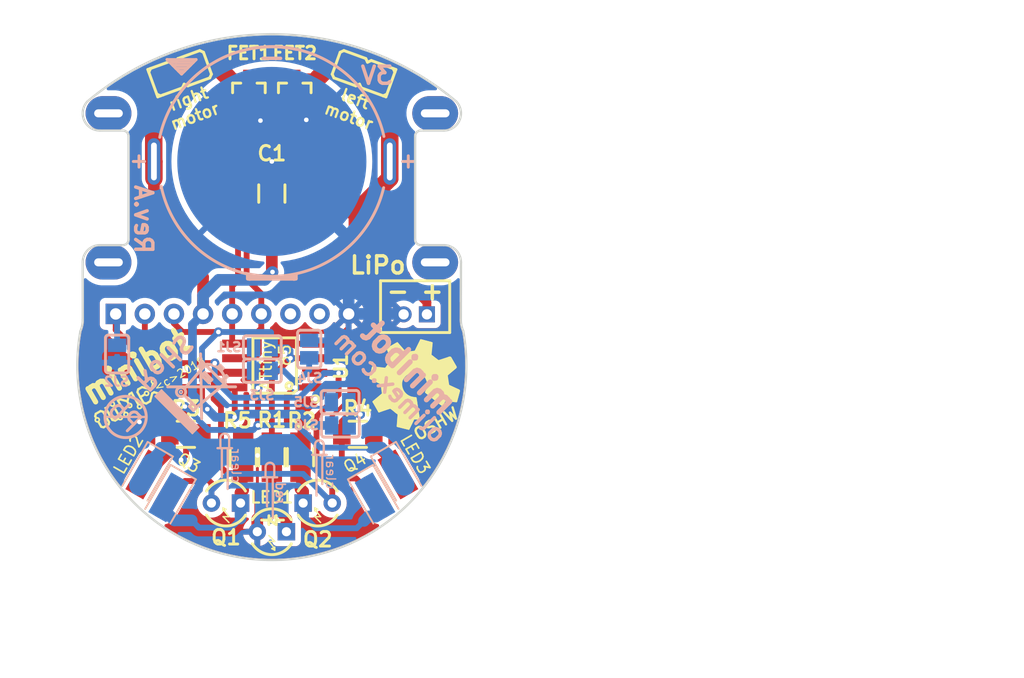
<source format=kicad_pcb>
(kicad_pcb (version 20221018) (generator pcbnew)
  (layers (0 "F.Cu" signal) (31 "B.Cu" signal) (34 "B.Paste" user) (35 "F.Paste" user) (36 "B.SilkS" user "B.Silkscreen") (37 "F.SilkS" user "F.Silkscreen") (38 "B.Mask" user) (39 "F.Mask" user) (44 "Edge.Cuts" user))
  (net 0 "")
  (net 1 "/BAT+")
  (net 2 "GND")
  (net 3 "Net-(LED1-Pad2)")
  (net 4 "/RSENSE")
  (net 5 "/LSENSE")
  (net 6 "Net-(CON1-Pad2)")
  (net 7 "Net-(CON2-Pad2)")
  (net 8 "Net-(EXT1-Pad7)")
  (net 9 "Net-(EXT1-Pad8)")
  (net 10 "/LMOTOR")
  (net 11 "/RMOTOR")
  (net 12 "/SLED")
  (net 13 "Net-(LED2-Pad2)")
  (net 14 "/FLED")
  (net 15 "Net-(LED3-Pad2)")
  (net 16 "Net-(LED2-Pad1)")
  (net 17 "Net-(Q1-Pad2)")
  (footprint "OLIMEX_LEDs-FP:LED-3mm-PTH-KA" (layer "F.Cu") (at 100 71.5)
    (fp_text reference "LED1" (at 0 -3) (layer "F.SilkS") (effects (font (thickness 0.2))))
    (fp_text value "RED 3mm")
    (pad "1" thru_hole oval (at -1.27 0) (size 1.524 1.524) (drill 0.8) (layers "*.Cu" "*.Mask") (net 2 "GND"))
    (pad "2" thru_hole rect (at 1.27 0) (size 1.524 1.524) (drill 0.8) (layers "*.Cu" "*.Mask") (net 3 "Net-(LED1-Pad2)"))
  )
  (footprint "OLIMEX_LEDs-FP:LED-3mm-PTH-KA" (layer "F.Cu") (at 104 69)
    (fp_text reference "Q2" (at 0 3.175) (layer "F.SilkS") (effects (font (size 1.27 1.27) (thickness 0.254))))
    (fp_text value "L342")
    (pad "1" thru_hole rect (at -1.27 0) (size 1.524 1.524) (drill 0.8) (layers "*.Cu" "*.Mask") (net 5 "/LSENSE"))
    (pad "2" thru_hole circle (at 1.27 0) (size 1.524 1.524) (drill 0.8) (layers "*.Cu" "*.Mask") (net 17 "Net-(Q1-Pad2)"))
  )
  (footprint "OLIMEX_LEDs-FP:LED-3mm-PTH-KA" (layer "F.Cu") (at 96 69 180)
    (fp_text reference "Q1" (at 0 -3 180) (layer "F.SilkS") (effects (font (size 1.27 1.27) (thickness 0.254))))
    (fp_text value "L342")
    (pad "1" thru_hole rect (at -1.27 0 180) (size 1.524 1.524) (drill 0.8) (layers "*.Cu" "*.Mask") (net 4 "/RSENSE"))
    (pad "2" thru_hole circle (at 1.27 0 180) (size 1.524 1.524) (drill 0.8) (layers "*.Cu" "*.Mask") (net 17 "Net-(Q1-Pad2)"))
  )
  (footprint "OLIMEX_Connectors-FP:LIPO_BAT_VERTICAL_DW02S" (layer "F.Cu") (at 112.5 49 180)
    (fp_text reference "BAT_CON2" hide)
    (fp_text value "BAT_CON")
    (pad "1" thru_hole rect (at -1.0287 -3.53568 180) (size 1.4 1.4) (drill 0.9) (layers "*.Cu" "*.Mask") (net 1 "/BAT+"))
    (pad "2" thru_hole circle (at 1.00076 -3.53822 180) (size 1.4 1.4) (drill 0.9) (layers "*.Cu" "*.Mask") (net 2 "GND"))
  )
  (footprint "OLIMEX_RLC-FP:C_1206_5MIL_DWS" (layer "F.Cu") (at 100 42 90)
    (fp_text reference "C1" (at 3.5 0 180) (layer "F.SilkS") (effects (font (size 1.27 1.27) (thickness 0.254))))
    (fp_text value "C_Small")
    (pad "1" smd rect (at -1.397 0 90) (size 1.524 1.778) (layers "F.Cu" "F.Paste" "F.Mask") (net 1 "/BAT+"))
    (pad "2" smd rect (at 1.397 0 90) (size 1.524 1.778) (layers "F.Cu" "F.Paste" "F.Mask") (net 2 "GND"))
  )
  (footprint "OLIMEX_Connectors-FP:MIC-TERES" (layer "F.Cu") (at 108 31.5 160)
    (fp_text reference "CON1" hide)
    (fp_text value "LEFT MOTOR")
    (pad "1" smd rect (at -1.27 0 250) (size 2.5 1.5) (layers "F.Cu" "F.Mask") (net 1 "/BAT+"))
    (pad "2" smd oval (at 1.27 0 250) (size 2.5 1.5) (layers "F.Cu" "F.Mask") (net 6 "Net-(CON1-Pad2)"))
  )
  (footprint "OLIMEX_Connectors-FP:MIC-TERES" (layer "F.Cu") (at 92 31.5 20)
    (fp_text reference "CON2" hide)
    (fp_text value "RIGHT MOTOR")
    (pad "1" smd rect (at -1.27 0 110) (size 2.5 1.5) (layers "F.Cu" "F.Mask") (net 1 "/BAT+"))
    (pad "2" smd oval (at 1.27 0 110) (size 2.5 1.5) (layers "F.Cu" "F.Mask") (net 7 "Net-(CON2-Pad2)"))
  )
  (footprint "OLIMEX_Connectors-FP:HN1x9" (layer "F.Cu") (at 96.54 52.5)
    (fp_text reference "EXT1" hide)
    (fp_text value "nRF")
    (pad "1" thru_hole rect (at -10.16 0) (size 1.778 1.778) (drill 1) (layers "*.Cu" "*.Mask") (net 4 "/RSENSE"))
    (pad "2" thru_hole circle (at -7.62 0) (size 1.778 1.778) (drill 1) (layers "*.Cu" "*.Mask") (net 5 "/LSENSE"))
    (pad "3" thru_hole circle (at -5.08 0) (size 1.778 1.778) (drill 1) (layers "*.Cu" "*.Mask") (net 12 "/SLED"))
    (pad "4" thru_hole circle (at -2.54 0) (size 1.778 1.778) (drill 1) (layers "*.Cu" "*.Mask") (net 1 "/BAT+"))
    (pad "5" thru_hole circle (at 0 0) (size 1.778 1.778) (drill 1) (layers "*.Cu" "*.Mask") (net 11 "/RMOTOR"))
    (pad "6" thru_hole circle (at 2.54 0) (size 1.778 1.778) (drill 1) (layers "*.Cu" "*.Mask") (net 10 "/LMOTOR"))
    (pad "7" thru_hole circle (at 5.08 0) (size 1.778 1.778) (drill 1) (layers "*.Cu" "*.Mask") (net 8 "Net-(EXT1-Pad7)"))
    (pad "8" thru_hole circle (at 7.62 0) (size 1.778 1.778) (drill 1) (layers "*.Cu" "*.Mask") (net 9 "Net-(EXT1-Pad8)"))
    (pad "9" thru_hole circle (at 10.16 0) (size 1.778 1.778) (drill 1) (layers "*.Cu" "*.Mask") (net 2 "GND"))
  )
  (footprint "OLIMEX_Transistors-FP:SOT23" (layer "F.Cu") (at 98 33 -90)
    (fp_text reference "FET1" (at -3.25 0 180) (layer "F.SilkS") (effects (font (size 1.1 1.1) (thickness 0.254))))
    (fp_text value "WNM2016-3")
    (pad "1" smd rect (at 1.10744 0.94996 270) (size 1.4 1) (layers "F.Cu" "F.Paste" "F.Mask") (net 11 "/RMOTOR") (clearance 0.0508))
    (pad "2" smd rect (at 1.10744 -0.9525 270) (size 1.4 1) (layers "F.Cu" "F.Paste" "F.Mask") (net 2 "GND") (clearance 0.0508))
    (pad "3" smd rect (at -1.10236 0.00254 270) (size 1.4 1) (layers "F.Cu" "F.Paste" "F.Mask") (net 7 "Net-(CON2-Pad2)") (clearance 0.0508))
  )
  (footprint "OLIMEX_Transistors-FP:SOT23" (layer "F.Cu") (at 102 33 -90)
    (fp_text reference "FET2" (at -3.25 0) (layer "F.SilkS") (effects (font (size 1.1 1.1) (thickness 0.254))))
    (fp_text value "WNM2016-3")
    (pad "1" smd rect (at 1.10744 0.94996 270) (size 1.4 1) (layers "F.Cu" "F.Paste" "F.Mask") (net 10 "/LMOTOR") (clearance 0.0508))
    (pad "2" smd rect (at 1.10744 -0.9525 270) (size 1.4 1) (layers "F.Cu" "F.Paste" "F.Mask") (net 2 "GND") (clearance 0.0508))
    (pad "3" smd rect (at -1.10236 0.00254 270) (size 1.4 1) (layers "F.Cu" "F.Paste" "F.Mask") (net 6 "Net-(CON1-Pad2)") (clearance 0.0508))
  )
  (footprint "OLIMEX_Transistors-FP:LED-EDGE" (layer "F.Cu") (at 89 66.5 -120)
    (fp_text reference "LED2" (at -0.765544 2.174038 240) (layer "F.SilkS"))
    (fp_text value "RED 3mm")
    (pad "1" smd oval (at 0 0 240) (size 4 1.8) (layers "B.Cu" "B.Mask") (net 16 "Net-(LED2-Pad1)"))
    (pad "2" smd rect (at 0 0 240) (size 4 1.8) (layers "F.Cu" "F.Mask") (net 13 "Net-(LED2-Pad2)"))
  )
  (footprint "OLIMEX_Transistors-FP:LED-EDGE" (layer "F.Cu") (at 111 66.5 -60)
    (fp_text reference "LED3" (at -0.765544 -2.174038 300) (layer "F.SilkS"))
    (fp_text value "RED 3mm")
    (pad "1" smd oval (at 0 0 300) (size 4 1.8) (layers "B.Cu" "B.Mask") (net 16 "Net-(LED2-Pad1)"))
    (pad "2" smd rect (at 0 0 300) (size 4 1.8) (layers "F.Cu" "F.Mask") (net 15 "Net-(LED3-Pad2)"))
  )
  (footprint "OLIMEX_Transistors-FP:L34x-EDGE" (layer "F.Cu") (at 91 68.5 -120)
    (fp_text reference "Q3" (at -3.473076 -0.015544 330) (layer "F.SilkS"))
    (fp_text value "L342")
    (pad "1" smd rect (at 0 0 240) (size 4 1.8) (layers "B.Cu" "B.Mask") (net 4 "/RSENSE"))
    (pad "2" smd oval (at 0 0 240) (size 4 1.8) (layers "F.Cu" "F.Mask") (net 17 "Net-(Q1-Pad2)"))
  )
  (footprint "OLIMEX_Transistors-FP:L34x-EDGE" (layer "F.Cu") (at 109 68.5 -60)
    (fp_text reference "Q4" (at -3.473076 0.015544 30) (layer "F.SilkS"))
    (fp_text value "L342")
    (pad "1" smd rect (at 0 0 300) (size 4 1.8) (layers "B.Cu" "B.Mask") (net 5 "/LSENSE"))
    (pad "2" smd oval (at 0 0 300) (size 4 1.8) (layers "F.Cu" "F.Mask") (net 17 "Net-(Q1-Pad2)"))
  )
  (footprint "OLIMEX_RLC-FP:R_1206_5MIL_DWS" (layer "F.Cu") (at 102.5 65 90)
    (fp_text reference "R2" (at 3.2 0.1 180) (layer "F.SilkS") (effects (font (size 1.27 1.27) (thickness 0.254))))
    (fp_text value "3.3K")
    (pad "1" smd rect (at -1.397 0 90) (size 1.524 1.778) (layers "F.Cu" "F.Paste" "F.Mask") (net 5 "/LSENSE"))
    (pad "2" smd rect (at 1.397 0 90) (size 1.524 1.778) (layers "F.Cu" "F.Paste" "F.Mask") (net 2 "GND"))
  )
  (footprint "OLIMEX_RLC-FP:R_1206_5MIL_DWS" (layer "F.Cu") (at 100 65 -90)
    (fp_text reference "R1" (at -3.25 0 180) (layer "F.SilkS") (effects (font (size 1.27 1.27) (thickness 0.254))))
    (fp_text value "1K")
    (pad "1" smd rect (at -1.397 0 270) (size 1.524 1.778) (layers "F.Cu" "F.Paste" "F.Mask") (net 12 "/SLED"))
    (pad "2" smd rect (at 1.397 0 270) (size 1.524 1.778) (layers "F.Cu" "F.Paste" "F.Mask") (net 3 "Net-(LED1-Pad2)"))
  )
  (footprint "OLIMEX_RLC-FP:R_1206_5MIL_DWS" (layer "F.Cu") (at 92.5 63 180)
    (fp_text reference "R3" (at 0 2.25 180) (layer "F.SilkS") (effects (font (size 1.27 1.27) (thickness 0.254))))
    (fp_text value "1K")
    (pad "1" smd rect (at -1.397 0 180) (size 1.524 1.778) (layers "F.Cu" "F.Paste" "F.Mask") (net 17 "Net-(Q1-Pad2)"))
    (pad "2" smd rect (at 1.397 0 180) (size 1.524 1.778) (layers "F.Cu" "F.Paste" "F.Mask") (net 13 "Net-(LED2-Pad2)"))
  )
  (footprint "OLIMEX_RLC-FP:R_1206_5MIL_DWS" (layer "F.Cu") (at 107.5 63)
    (fp_text reference "R4" (at 0 -2.25) (layer "F.SilkS") (effects (font (size 1.27 1.27) (thickness 0.254))))
    (fp_text value "1K")
    (pad "1" smd rect (at -1.397 0) (size 1.524 1.778) (layers "F.Cu" "F.Paste" "F.Mask") (net 17 "Net-(Q1-Pad2)"))
    (pad "2" smd rect (at 1.397 0) (size 1.524 1.778) (layers "F.Cu" "F.Paste" "F.Mask") (net 15 "Net-(LED3-Pad2)"))
  )
  (footprint "OLIMEX_RLC-FP:R_1206_5MIL_DWS" (layer "F.Cu") (at 97.5 65 90)
    (fp_text reference "R5" (at 3.2 -0.5 180) (layer "F.SilkS") (effects (font (size 1.27 1.27) (thickness 0.254))))
    (fp_text value "3.3K")
    (pad "1" smd rect (at -1.397 0 90) (size 1.524 1.778) (layers "F.Cu" "F.Paste" "F.Mask") (net 4 "/RSENSE"))
    (pad "2" smd rect (at 1.397 0 90) (size 1.524 1.778) (layers "F.Cu" "F.Paste" "F.Mask") (net 2 "GND"))
  )
  (footprint "OLIMEX_IC-FP:SO-8_208mil" (layer "F.Cu") (at 100 57 90)
    (fp_text reference "U1" (at -0.098 6.0286 270) (layer "F.SilkS") (effects (font (size 1.1 1.1) (thickness 0.254))))
    (fp_text value "ATTINY85-20PU")
    (fp_text user "ATtiny" (at 0 -0.512 90) (layer "F.SilkS"))
    (fp_text user "85" (at 0.889 1.139 90) (layer "F.SilkS"))
    (pad "1" smd rect (at -1.905 3.735 90) (size 0.7 2.2) (layers "F.Cu" "F.Paste" "F.Mask") (net 14 "/FLED") (clearance 0.0508))
    (pad "2" smd rect (at -0.635 3.735 90) (size 0.7 2.2) (layers "F.Cu" "F.Paste" "F.Mask") (net 5 "/LSENSE") (clearance 0.0508))
    (pad "3" smd rect (at 0.635 3.735 90) (size 0.7 2.2) (layers "F.Cu" "F.Paste" "F.Mask") (net 12 "/SLED") (clearance 0.0508))
    (pad "4" smd rect (at 1.905 3.735 90) (size 0.7 2.2) (layers "F.Cu" "F.Paste" "F.Mask") (net 2 "GND") (clearance 0.0508))
    (pad "5" smd rect (at 1.905 -3.235 90) (size 0.7 2.2) (layers "F.Cu" "F.Paste" "F.Mask") (net 11 "/RMOTOR") (clearance 0.0508))
    (pad "6" smd rect (at 0.635 -3.235 90) (size 0.7 2.2) (layers "F.Cu" "F.Paste" "F.Mask") (net 10 "/LMOTOR") (clearance 0.0508))
    (pad "7" smd rect (at -0.635 -3.235 90) (size 0.7 2.2) (layers "F.Cu" "F.Paste" "F.Mask") (net 4 "/RSENSE") (clearance 0.0508))
    (pad "8" smd rect (at -1.905 -3.235 90) (size 0.7 2.2) (layers "F.Cu" "F.Paste" "F.Mask") (net 1 "/BAT+") (clearance 0.0508))
  )
  (footprint "OLIMEX_Other-FP:Oval_Drill_Motor" (layer "F.Cu") (at 85.75 48)
    (fp_text reference "REF**" hide)
    (fp_text value "Oval_Drill_Motor")
    (pad "1" thru_hole oval (at 0 0) (size 4 3) (drill oval 2.5 0.7) (layers "*.Cu" "*.Mask"))
  )
  (footprint "OLIMEX_Other-FP:Oval_Drill_Motor" (layer "F.Cu") (at 114.25 48)
    (fp_text reference "REF**" hide)
    (fp_text value "Oval_Drill_Motor")
    (pad "1" thru_hole oval (at 0 0) (size 4 3) (drill oval 2.5 0.7) (layers "*.Cu" "*.Mask"))
  )
  (footprint "OLIMEX_Other-FP:Oval_Drill_Motor" (layer "F.Cu") (at 114.25 35)
    (fp_text reference "REF**" hide)
    (fp_text value "Oval_Drill_Motor")
    (pad "1" thru_hole oval (at 0 0) (size 4 3) (drill oval 2.5 0.7) (layers "*.Cu" "*.Mask"))
  )
  (footprint "OLIMEX_Other-FP:Oval_Drill_Motor" (layer "F.Cu") (at 85.75 35)
    (fp_text reference "REF**" hide)
    (fp_text value "Oval_Drill_Motor")
    (pad "1" thru_hole oval (at 0 0) (size 4 3) (drill oval 2.5 0.7) (layers "*.Cu" "*.Mask"))
  )
  (footprint "OLIMEX_LOGOs-FP:OLIMEX_LOGO_SMALL_TB" (layer "F.Cu") (at 87.4 60.4 30)
    (fp_text reference "")
    (fp_text value "")
  )
  (footprint "OLIMEX_LOGOs-FP:LOGO_OPENHARDWARE_8x8" (layer "F.Cu") (at 112.5 58.75 30)
    (fp_text reference "" hide)
    (fp_text value "" hide)
  )
  (footprint "OLIMEX_Connectors-FP:CR2032H_PTH" (layer "B.Cu") (at 100 39.2 90)
    (fp_text reference "BAT1" hide)
    (fp_text value "Battery")
    (fp_text user "+" (at 0 -11.684 90) (layer "B.SilkS") (effects (font (size 1.3 1.3) (thickness 0.254)) (justify mirror)))
    (fp_text user "+" (at 0 11.811 90) (layer "B.SilkS") (effects (font (size 1.3 1.3) (thickness 0.254)) (justify mirror)))
    (fp_text user "-" (at 9.144 0 180) (layer "B.SilkS") (effects (font (size 2 2) (thickness 0.3)) (justify mirror)))
    (pad "1" thru_hole oval (at 0 -10.287 90) (size 4.06 1.11) (drill oval 3.3 0.5) (layers "*.Cu" "*.Mask") (net 1 "/BAT+"))
    (pad "1" thru_hole oval (at 0 10.287 90) (size 4.06 1.11) (drill oval 3.3 0.5) (layers "*.Cu" "*.Mask") (net 1 "/BAT+"))
    (pad "2" smd circle (at 0 0 90) (size 16.5 16.5) (layers "B.Cu" "B.Mask") (net 2 "GND"))
  )
  (footprint "OLIMEX_Jumpers-FP:SJ" (layer "B.Cu") (at 99.1706 55.4216 180)
    (fp_text reference "SJ1" (at 2.921 0.0254) (layer "B.SilkS") (effects (font (size 0.8 0.8) (thickness 0.2)) (justify mirror)))
    (fp_text value "leds_join")
    (pad "1" smd rect (at -0.762 0 180) (size 1.1684 1.6002) (layers "B.Cu" "B.Mask") (net 12 "/SLED"))
    (pad "1" smd rect (at -0.762 0 180) (size 1.1684 1.6002) (layers "B.Cu" "B.Mask") (net 12 "/SLED") (clearance 0.0508))
    (pad "2" smd rect (at 0.762 0 180) (size 1.1684 1.6002) (layers "B.Cu" "B.Mask") (net 16 "Net-(LED2-Pad1)") (clearance 0.0508))
  )
  (footprint "OLIMEX_Jumpers-FP:SJ" (layer "B.Cu") (at 86.5 56 90)
    (fp_text reference "SJ2" (at -2.4 -0.05 180) (layer "B.SilkS") (effects (font (size 0.8 0.8) (thickness 0.2)) (justify mirror)))
    (fp_text value "arduino")
    (pad "1" smd rect (at -0.762 0 90) (size 1.1684 1.6002) (layers "B.Cu" "B.Mask") (net 2 "GND"))
    (pad "1" smd rect (at -0.762 0 90) (size 1.1684 1.6002) (layers "B.Cu" "B.Mask") (net 2 "GND") (clearance 0.0508))
    (pad "2" smd rect (at 0.762 0 90) (size 1.1684 1.6002) (layers "B.Cu" "B.Mask") (net 4 "/RSENSE") (clearance 0.0508))
  )
  (footprint "OLIMEX_LOGOs-FP:LOGO_RECYCLEBIN_1" (layer "B.Cu") (at 93.065894 62.990566 135)
    (fp_text reference "" hide)
    (fp_text value "" hide)
  )
  (footprint "OLIMEX_LOGOs-FP:LOGO_PBFREE" (layer "B.Cu") (at 86.877 61.5684 135)
    (fp_text reference "")
    (fp_text value "")
    (fp_text user "Pb" (at -0.08636 0.33528 135) (layer "B.SilkS") (effects (font (size 1.7 1.5) (thickness 0.254)) (justify mirror)))
  )
  (footprint "OLIMEX_Jumpers-FP:SJ" (layer "B.Cu") (at 99.1706 57.4536 180)
    (fp_text reference "SJ3" (at 0.0254 -2.1336 180) (layer "B.SilkS") (effects (font (size 0.8 0.8) (thickness 0.2)) (justify mirror)))
    (fp_text value "eco")
    (pad "1" smd rect (at -0.762 0 180) (size 1.1684 1.6002) (layers "B.Cu" "B.Mask") (net 14 "/FLED"))
    (pad "1" smd rect (at -0.762 0 180) (size 1.1684 1.6002) (layers "B.Cu" "B.Mask") (net 14 "/FLED") (clearance 0.0508))
    (pad "2" smd rect (at 0.762 0 180) (size 1.1684 1.6002) (layers "B.Cu" "B.Mask") (net 16 "Net-(LED2-Pad1)") (clearance 0.0508))
  )
  (footprint "OLIMEX_Jumpers-FP:SJ" (layer "B.Cu") (at 103.26 55.574 90)
    (fp_text reference "SJ4" (at -2.5146 0.0508 180) (layer "B.SilkS") (effects (font (size 0.8 0.8) (thickness 0.2)) (justify mirror)))
    (fp_text value "reset")
    (pad "1" smd rect (at -0.762 0 90) (size 1.1684 1.6002) (layers "B.Cu" "B.Mask") (net 14 "/FLED") (clearance 0.0508))
    (pad "1" smd rect (at -0.762 0 90) (size 1.1684 1.6002) (layers "B.Cu" "B.Mask") (net 14 "/FLED"))
    (pad "2" smd rect (at 0.762 0 90) (size 1.1684 1.6002) (layers "B.Cu" "B.Mask") (net 2 "GND") (clearance 0.0508))
  )
  (footprint "OLIMEX_Jumpers-FP:SJ" (layer "B.Cu") (at 105.9524 60.1968 180)
    (fp_text reference "SJ5" (at 2.9718 0 180) (layer "B.SilkS") (effects (font (size 0.8 0.8) (thickness 0.2)) (justify mirror)))
    (fp_text value "eco")
    (pad "1" smd rect (at -0.762 0 180) (size 1.1684 1.6002) (layers "B.Cu" "B.Mask") (net 17 "Net-(Q1-Pad2)") (clearance 0.0508))
    (pad "1" smd rect (at -0.762 0 180) (size 1.1684 1.6002) (layers "B.Cu" "B.Mask") (net 17 "Net-(Q1-Pad2)"))
    (pad "2" smd rect (at 0.762 0 180) (size 1.1684 1.6002) (layers "B.Cu" "B.Mask") (net 12 "/SLED") (clearance 0.0508))
  )
  (footprint "OLIMEX_Jumpers-FP:SJ" (layer "B.Cu") (at 105.9778 62.2288 180)
    (fp_text reference "SJ6" (at 2.9718 0.0254 180) (layer "B.SilkS") (effects (font (size 0.8 0.8) (thickness 0.2)) (justify mirror)))
    (fp_text value "eco")
    (pad "1" smd rect (at -0.762 0 180) (size 1.1684 1.6002) (layers "B.Cu" "B.Mask") (net 17 "Net-(Q1-Pad2)"))
    (pad "1" smd rect (at -0.762 0 180) (size 1.1684 1.6002) (layers "B.Cu" "B.Mask") (net 17 "Net-(Q1-Pad2)") (clearance 0.0508))
    (pad "2" smd rect (at 0.762 0 180) (size 1.1684 1.6002) (layers "B.Cu" "B.Mask") (net 1 "/BAT+") (clearance 0.0508))
  )
  (gr_line (start 95.513 64.083) (end 95.513 63.321) (stroke (width 0.2)) (layer "B.SilkS"))
  (gr_line (start 95.64 64.21) (end 95.64 66.75) (stroke (width 0.2)) (layer "B.SilkS"))
  (gr_arc (start 95.513 63.321) (mid 95.894 62.94) (end 96.275 63.321) (stroke (width 0.2)) (layer "B.SilkS"))
  (gr_line (start 96.275 63.321) (end 96.275 64.21) (stroke (width 0.2)) (layer "B.SilkS"))
  (gr_line (start 96.148 64.21) (end 96.148 67.766) (stroke (width 0.2)) (layer "B.SilkS"))
  (gr_line (start 96.529 64.21) (end 95.259 64.21) (stroke (width 0.2)) (layer "B.SilkS"))
  (gr_line (start 104.403 64.7942) (end 104.403 67.3342) (stroke (width 0.2)) (layer "B.SilkS"))
  (gr_line (start 104.784 64.7942) (end 103.514 64.7942) (stroke (width 0.2)) (layer "B.SilkS"))
  (gr_line (start 104.53 63.9052) (end 104.53 64.7942) (stroke (width 0.2)) (layer "B.SilkS"))
  (gr_arc (start 103.768 63.9052) (mid 104.149 63.5242) (end 104.53 63.9052) (stroke (width 0.2)) (layer "B.SilkS"))
  (gr_line (start 103.768 64.6672) (end 103.768 63.9052) (stroke (width 0.2)) (layer "B.SilkS"))
  (gr_line (start 103.895 64.7942) (end 103.895 68.3502) (stroke (width 0.2)) (layer "B.SilkS"))
  (gr_line (start 100.212 65.861) (end 100.212 66.75) (stroke (width 0.2)) (layer "B.SilkS"))
  (gr_line (start 99.577 66.75) (end 99.577 69.29) (stroke (width 0.2)) (layer "B.SilkS"))
  (gr_line (start 99.45 66.623) (end 99.45 65.861) (stroke (width 0.2)) (layer "B.SilkS"))
  (gr_line (start 100.085 66.75) (end 100.085 70.306) (stroke (width 0.2)) (layer "B.SilkS"))
  (gr_line (start 100.466 66.75) (end 99.196 66.75) (stroke (width 0.2)) (layer "B.SilkS"))
  (gr_arc (start 99.45 65.861) (mid 99.831 65.48) (end 100.212 65.861) (stroke (width 0.2)) (layer "B.SilkS"))
  (gr_arc (start 83.507351 53.003128) (mid 83.454965 53.512233) (end 83.300001 54.000001) (stroke (width 0.2)) (layer "Edge.Cuts"))
  (gr_line (start 83.5 48) (end 83.507351 53.003128) (stroke (width 0.2)) (layer "Edge.Cuts"))
  (gr_line (start 85 46.5) (end 87 46.5) (stroke (width 0.2)) (layer "Edge.Cuts"))
  (gr_line (start 87.5 37) (end 87.5 46) (stroke (width 0.2)) (layer "Edge.Cuts"))
  (gr_line (start 87 36.5) (end 85 36.5) (stroke (width 0.2)) (layer "Edge.Cuts"))
  (gr_arc (start 83.888575 33.986445) (mid 99.979464 28.101889) (end 116.08 33.96) (stroke (width 0.2)) (layer "Edge.Cuts"))
  (gr_arc (start 116.700158 54.005537) (mid 116.542375 53.513732) (end 116.489021 53) (stroke (width 0.2)) (layer "Edge.Cuts"))
  (gr_arc (start 116.699999 54.000001) (mid 100 73.96732) (end 83.300001 54.000001) (stroke (width 0.2)) (layer "Edge.Cuts"))
  (gr_arc (start 113 46.5) (mid 112.646447 46.353553) (end 112.5 46) (stroke (width 0.2)) (layer "Edge.Cuts"))
  (gr_line (start 113 46.5) (end 115 46.5) (stroke (width 0.2)) (layer "Edge.Cuts"))
  (gr_line (start 116.5 48) (end 116.49 53) (stroke (width 0.2)) (layer "Edge.Cuts"))
  (gr_arc (start 112.5 37) (mid 112.646447 36.646447) (end 113 36.5) (stroke (width 0.2)) (layer "Edge.Cuts"))
  (gr_arc (start 115 46.5) (mid 116.06066 46.93934) (end 116.5 48) (stroke (width 0.2)) (layer "Edge.Cuts"))
  (gr_line (start 115 36.5) (end 113 36.5) (stroke (width 0.2)) (layer "Edge.Cuts"))
  (gr_arc (start 85 36.5) (mid 83.628229 35.60683) (end 83.89009 33.990991) (stroke (width 0.2)) (layer "Edge.Cuts"))
  (gr_arc (start 87 36.5) (mid 87.353553 36.646447) (end 87.5 37) (stroke (width 0.2)) (layer "Edge.Cuts"))
  (gr_arc (start 87.5 46) (mid 87.353553 46.353553) (end 87 46.5) (stroke (width 0.2)) (layer "Edge.Cuts"))
  (gr_arc (start 116.085033 33.964287) (mid 116.379052 35.590097) (end 115 36.5) (stroke (width 0.2)) (layer "Edge.Cuts"))
  (gr_line (start 112.5 37) (end 112.5 46) (stroke (width 0.2)) (layer "Edge.Cuts"))
  (gr_arc (start 83.5 48) (mid 83.93934 46.93934) (end 85 46.5) (stroke (width 0.2)) (layer "Edge.Cuts"))
  (gr_text "minibot" (at 111.9722 57.1996 315) (layer "B.SilkS") (effects (font (size 2 1.8) (thickness 0.45)) (justify mirror)))
  (gr_text "clear" (at 105.1396 66.2674 270) (layer "B.SilkS") (effects (font (size 0.8 0.8) (thickness 0.12)) (justify mirror)))
  (gr_text "clear" (at 96.8846 65.7594 270) (layer "B.SilkS") (effects (font (size 0.8 0.8) (thickness 0.12)) (justify mirror)))
  (gr_text "RoHS" (at 90.626375 56.73267 225) (layer "B.SilkS") (effects (font (size 1.5 1.5) (thickness 0.3)) (justify mirror)))
  (gr_text "Rev.A" (at 88.8 44.25 270) (layer "B.SilkS") (effects (font (size 1.5 1.5) (thickness 0.3)) (justify mirror)))
  (gr_text "olimex.com" (at 110.3212 58.8506 315) (layer "B.SilkS") (effects (font (size 1.5 1.5) (thickness 0.3)) (justify mirror)))
  (gr_text "3V" (at 109.15 31.7) (layer "B.SilkS") (effects (font (size 1.5 1.5) (thickness 0.3)) (justify mirror)))
  (gr_text "red" (at 100.7454 68.1216 270) (layer "B.SilkS") (effects (font (size 0.8 0.8)) (justify mirror)))
  (gr_text "left\nmotor" (at 107 34.5 -20) (layer "F.SilkS") (effects (font (size 1 1) (thickness 0.2))))
  (gr_text "OSHW" (at 114.35 62.1 30) (layer "F.SilkS") (effects (font (size 1 1) (thickness 0.2))))
  (gr_text "- +" (at 112.5 50.5) (layer "F.SilkS") (effects (font (size 1.5 1.5) (thickness 0.3))))
  (gr_text "LiPo" (at 109.25 48.25) (layer "F.SilkS") (effects (font (size 1.5 1.5) (thickness 0.3))))
  (gr_text "<c>2018" (at 91.95 57.75 30) (layer "F.SilkS") (effects (font (size 0.7 0.7) (thickness 0.1))))
  (gr_text "right\nmotor" (at 93 34.5 20) (layer "F.SilkS") (effects (font (size 1 1) (thickness 0.2))))
  (gr_text "minibot" (at 88.15 57.1 30) (layer "F.SilkS") (effects (font (size 2 1.8) (thickness 0.45))))
  (segment (start 89.713 44.9988) (end 94 49.2858) (width 1.016) (layer "F.Cu") (net 1))
  (segment (start 107.565 43.397) (end 107.459 43.397) (width 1.524) (layer "F.Cu") (net 1))
  (segment (start 111.30964 49.351) (end 111.34882 49.31182) (width 1.524) (layer "F.Cu") (net 1))
  (segment (start 110.287 39.2) (end 110.287 40.675) (width 1.524) (layer "F.Cu") (net 1))
  (segment (start 89.6964 33.044556) (end 90.80659 31.934366) (width 1.524) (layer "F.Cu") (net 1))
  (segment (start 109.8386 49.351) (end 111.30964 49.351) (width 1.524) (layer "F.Cu") (net 1))
  (segment (start 107.459 43.397) (end 102.3202 43.397) (width 1.524) (layer "F.Cu") (net 1))
  (segment (start 107.459 46.9714) (end 109.8386 49.351) (width 1.524) (layer "F.Cu") (net 1))
  (segment (start 102.3202 43.397) (end 100 43.397) (width 0.762) (layer "F.Cu") (net 1))
  (segment (start 110.287 33.4252) (end 110.287 39.2) (width 1.524) (layer "F.Cu") (net 1))
  (segment (start 89.713 39.2) (end 89.6964 39.1834) (width 1.524) (layer "F.Cu") (net 1))
  (segment (start 113.5287 52.53568) (end 113.5287 51.4917) (width 0.762) (layer "F.Cu") (net 1))
  (segment (start 110.287 33.027956) (end 110.287 33.4252) (width 1.524) (layer "F.Cu") (net 1))
  (segment (start 89.713 40.675) (end 89.713 44.9988) (width 1.016) (layer "F.Cu") (net 1))
  (segment (start 96.765 58.905) (end 96.765 61.5102) (width 0.508) (layer "F.Cu") (net 1))
  (segment (start 89.6964 39.1834) (end 89.6964 33.044556) (width 1.524) (layer "F.Cu") (net 1))
  (segment (start 89.713 39.2) (end 89.713 40.675) (width 1.524) (layer "F.Cu") (net 1))
  (segment (start 113.5287 51.4917) (end 111.34882 49.31182) (width 0.762) (layer "F.Cu") (net 1))
  (segment (start 100 48.7834) (end 100.0596 48.843) (width 1.016) (layer "F.Cu") (net 1))
  (segment (start 94 49.2858) (end 94 52.5) (width 1.016) (layer "F.Cu") (net 1))
  (segment (start 107.459 43.397) (end 107.459 46.9714) (width 1.524) (layer "F.Cu") (net 1))
  (segment (start 110.287 40.675) (end 107.565 43.397) (width 1.524) (layer "F.Cu") (net 1))
  (segment (start 100 43.397) (end 100 48.7834) (width 1.016) (layer "F.Cu") (net 1))
  (segment (start 96.765 61.5102) (end 96.7576 61.5176) (width 0.508) (layer "F.Cu") (net 1))
  (segment (start 109.19341 31.934366) (end 110.287 33.027956) (width 1.524) (layer "F.Cu") (net 1))
  (via (at 96.7576 61.5176) (size 0.8) (drill 0.4) (layers "F.Cu" "B.Cu") (net 1))
  (via (at 94.37 60.8064) (size 0.8) (drill 0.4) (layers "F.Cu" "B.Cu") (net 1))
  (via (at 100.0596 48.843) (size 0.8) (drill 0.4) (layers "F.Cu" "B.Cu") (net 1))
  (segment (start 94 50.8894) (end 94 52.5) (width 1.016) (layer "B.Cu") (net 1))
  (segment (start 94 52.5) (end 93.0746 53.4254) (width 0.762) (layer "B.Cu") (net 1))
  (segment (start 97.037 61.2382) (end 96.7576 61.5176) (width 0.762) (layer "B.Cu") (net 1))
  (segment (start 93.970001 60.406401) (end 94.37 60.8064) (width 0.762) (layer "B.Cu") (net 1))
  (segment (start 95.3606 49.5288) (end 94 50.8894) (width 1.016) (layer "B.Cu") (net 1))
  (segment (start 93.0746 53.4254) (end 93.0746 59.511) (width 0.762) (layer "B.Cu") (net 1))
  (segment (start 100.0596 48.843) (end 99.3738 49.5288) (width 1.016) (layer "B.Cu") (net 1))
  (segment (start 99.3738 49.5288) (end 95.3606 49.5288) (width 1.016) (layer "B.Cu") (net 1))
  (segment (start 95.0812 61.5176) (end 94.37 60.8064) (width 0.762) (layer "B.Cu") (net 1))
  (segment (start 105.2158 62.2288) (end 103.629887 62.2288) (width 0.762) (layer "B.Cu") (net 1))
  (segment (start 96.7576 61.5176) (end 95.0812 61.5176) (width 0.762) (layer "B.Cu") (net 1))
  (segment (start 103.629887 62.2288) (end 102.639287 61.2382) (width 0.762) (layer "B.Cu") (net 1))
  (segment (start 102.639287 61.2382) (end 97.037 61.2382) (width 0.762) (layer "B.Cu") (net 1))
  (segment (start 93.0746 59.511) (end 93.970001 60.406401) (width 0.762) (layer "B.Cu") (net 1))
  (segment (start 98.7388 64.7148) (end 98.7388 64.7148) (width 0.508) (layer "F.Cu") (net 2))
  (segment (start 102.5 61.2108) (end 103.393401 60.317399) (width 0.508) (layer "F.Cu") (net 2))
  (segment (start 98.7388 64.857829) (end 98.751351 64.845278) (width 0.508) (layer "F.Cu") (net 2))
  (segment (start 100 40.603) (end 100 39.2) (width 0.762) (layer "F.Cu") (net 2))
  (segment (start 103.393401 60.317399) (end 103.7934 59.9174) (width 0.508) (layer "F.Cu") (net 2))
  (segment (start 98.7388 65.180999) (end 98.7388 64.857829) (width 0.508) (layer "F.Cu") (net 2))
  (segment (start 103.006 35.5715) (end 103.006 34.16094) (width 0.762) (layer "F.Cu") (net 2))
  (segment (start 99.0055 35.635) (end 99.0055 34.16044) (width 0.762) (layer "F.Cu") (net 2))
  (segment (start 102.401 64.972) (end 102.5 64.873) (width 0.508) (layer "F.Cu") (net 2))
  (segment (start 106.7 53.7342) (end 106.7 52.5) (width 0.508) (layer "F.Cu") (net 2))
  (segment (start 102.5 64.873) (end 102.5 63.603) (width 0.508) (layer "F.Cu") (net 2))
  (segment (start 98.947799 64.972) (end 102.401 64.972) (width 0.508) (layer "F.Cu") (net 2))
  (segment (start 97.5 63.603) (end 97.509073 63.603) (width 0.508) (layer "F.Cu") (net 2))
  (segment (start 105.3392 55.095) (end 106.7 53.7342) (width 0.508) (layer "F.Cu") (net 2))
  (segment (start 98.7388 65.180999) (end 98.947799 64.972) (width 0.508) (layer "F.Cu") (net 2))
  (segment (start 102.5 63.603) (end 102.5 61.2108) (width 0.508) (layer "F.Cu") (net 2))
  (segment (start 103.006 34.16094) (end 102.9525 34.10744) (width 0.762) (layer "F.Cu") (net 2))
  (segment (start 98.351352 64.445279) (end 98.751351 64.845278) (width 0.508) (layer "F.Cu") (net 2))
  (segment (start 98.73 71.5) (end 98.73 70.3822) (width 1.016) (layer "F.Cu") (net 2))
  (segment (start 98.7388 67.8422) (end 98.73 67.851) (width 0.508) (layer "F.Cu") (net 2))
  (segment (start 103.235 55.095) (end 105.3392 55.095) (width 0.508) (layer "F.Cu") (net 2))
  (segment (start 98.7388 65.180999) (end 98.7388 67.8422) (width 0.254) (layer "F.Cu") (net 2))
  (segment (start 98.73 67.851) (end 98.73 70.3822) (width 0.508) (layer "F.Cu") (net 2))
  (segment (start 99.0055 34.16044) (end 98.9525 34.10744) (width 0.762) (layer "F.Cu") (net 2))
  (segment (start 97.509073 63.603) (end 98.351352 64.445279) (width 0.508) (layer "F.Cu") (net 2))
  (via (at 103.7934 59.9174) (size 0.8) (drill 0.4) (layers "F.Cu" "B.Cu") (net 2))
  (via (at 88.4518 61.924) (size 0.8) (drill 0.4) (layers "F.Cu" "B.Cu") (net 2))
  (via (at 100 39.2) (size 0.8) (drill 0.4) (layers "F.Cu" "B.Cu") (net 2))
  (via (at 98.751351 64.845278) (size 0.8) (drill 0.4) (layers "F.Cu" "B.Cu") (net 2))
  (via (at 103.006 35.5715) (size 0.8) (drill 0.4) (layers "F.Cu" "B.Cu") (net 2))
  (via (at 99.0055 35.635) (size 0.8) (drill 0.4) (layers "F.Cu" "B.Cu") (net 2))
  (segment (start 86.5 56.762) (end 84.8646 56.762) (width 0.508) (layer "B.Cu") (net 2))
  (segment (start 104.7078 58.5966) (end 103.7934 59.511) (width 0.508) (layer "B.Cu") (net 2))
  (segment (start 84.4132 51.0782) (end 85.0228 50.4686) (width 0.508) (layer "B.Cu") (net 2))
  (segment (start 106.7 52.5) (end 111.46102 52.5) (width 1.016) (layer "B.Cu") (net 2))
  (segment (start 88.3444 56.762) (end 88.4264 56.844) (width 0.508) (layer "B.Cu") (net 2))
  (segment (start 106.7 52.5) (end 106.7 54.812) (width 0.508) (layer "B.Cu") (net 2))
  (segment (start 84.8646 56.762) (end 84.4132 56.3106) (width 0.508) (layer "B.Cu") (net 2))
  (segment (start 103.7934 59.511) (end 103.7934 59.9174) (width 0.508) (layer "B.Cu") (net 2))
  (segment (start 86.5 56.762) (end 88.3444 56.762) (width 0.508) (layer "B.Cu") (net 2))
  (segment (start 84.4132 56.3106) (end 84.4132 51.0782) (width 0.508) (layer "B.Cu") (net 2))
  (segment (start 106.7 45.9) (end 100 39.2) (width 1.016) (layer "B.Cu") (net 2))
  (segment (start 106.7 52.5) (end 106.7 45.9) (width 1.016) (layer "B.Cu") (net 2))
  (segment (start 111.46102 52.5) (end 111.49924 52.53822) (width 1.016) (layer "B.Cu") (net 2))
  (segment (start 88.7314 50.4686) (end 90.6364 48.5636) (width 0.508) (layer "B.Cu") (net 2))
  (segment (start 106.7 54.812) (end 106.7 58.357) (width 0.508) (layer "B.Cu") (net 2))
  (segment (start 85.0228 50.4686) (end 88.7314 50.4686) (width 0.508) (layer "B.Cu") (net 2))
  (segment (start 106.4604 58.5966) (end 104.7078 58.5966) (width 0.508) (layer "B.Cu") (net 2))
  (segment (start 106.7 58.357) (end 106.4604 58.5966) (width 0.508) (layer "B.Cu") (net 2))
  (segment (start 103.26 54.812) (end 106.7 54.812) (width 0.508) (layer "B.Cu") (net 2))
  (segment (start 88.4264 56.844) (end 88.4264 58.4725) (width 0.508) (layer "B.Cu") (net 2))
  (segment (start 90.6364 48.5636) (end 100 39.2) (width 0.508) (layer "B.Cu") (net 2))
  (segment (start 100 66.397) (end 100 69.1542) (width 0.762) (layer "F.Cu") (net 3))
  (segment (start 100 69.1542) (end 101.27 70.4242) (width 0.762) (layer "F.Cu") (net 3))
  (segment (start 101.27 71.5) (end 101.27 70.4242) (width 1.016) (layer "F.Cu") (net 3))
  (segment (start 95.157 57.635) (end 94.9288 57.8632) (width 0.508) (layer "F.Cu") (net 4))
  (segment (start 97.27 69) (end 97.27 68.0976) (width 1.016) (layer "F.Cu") (net 4))
  (segment (start 96.765 57.635) (end 95.157 57.635) (width 0.508) (layer "F.Cu") (net 4))
  (segment (start 94.9288 57.8632) (end 94.9288 59.9174) (width 0.508) (layer "F.Cu") (net 4))
  (segment (start 90.3462 57.8632) (end 94.9288 57.8632) (width 0.508) (layer "F.Cu") (net 4))
  (segment (start 86.38 53.897) (end 90.3462 57.8632) (width 0.508) (layer "F.Cu") (net 4))
  (segment (start 97.5 66.397) (end 97.5 67.8676) (width 0.762) (layer "F.Cu") (net 4))
  (segment (start 96.103 66.397) (end 97.5 66.397) (width 0.508) (layer "F.Cu") (net 4))
  (segment (start 95.5638 65.8578) (end 96.103 66.397) (width 0.508) (layer "F.Cu") (net 4))
  (segment (start 95.5638 60.5524) (end 95.5638 65.8578) (width 0.508) (layer "F.Cu") (net 4))
  (segment (start 86.38 52.5) (end 86.38 53.897) (width 0.508) (layer "F.Cu") (net 4))
  (segment (start 94.9288 59.9174) (end 95.5638 60.5524) (width 0.508) (layer "F.Cu") (net 4))
  (segment (start 97.27 68.0976) (end 97.5 67.8676) (width 1.016) (layer "F.Cu") (net 4))
  (segment (start 91 68.8246) (end 91 68.5) (width 1.016) (layer "B.Cu") (net 4))
  (segment (start 90.8648 69.8742) (end 90.8648 68.9598) (width 1.016) (layer "B.Cu") (net 4))
  (segment (start 93.5318 71.0426) (end 93.5318 71.0318) (width 0.508) (layer "B.Cu") (net 4))
  (segment (start 97.27 70.3524) (end 96.4782 71.1442) (width 0.508) (layer "B.Cu") (net 4))
  (segment (start 90.8648 68.9598) (end 91 68.8246) (width 1.016) (layer "B.Cu") (net 4))
  (segment (start 93.5318 71.0318) (end 93.0092 70.5092) (width 0.508) (layer "B.Cu") (net 4))
  (segment (start 96.4782 71.1442) (end 93.6334 71.1442) (width 0.508) (layer "B.Cu") (net 4))
  (segment (start 97.27 69) (end 97.27 70.3524) (width 1.016) (layer "B.Cu") (net 4))
  (segment (start 86.5 55.238) (end 86.5 52.62) (width 0.508) (layer "B.Cu") (net 4))
  (segment (start 93.0092 70.5092) (end 91.4998 70.5092) (width 1.016) (layer "B.Cu") (net 4))
  (segment (start 93.6334 71.1442) (end 93.5318 71.0426) (width 0.508) (layer "B.Cu") (net 4))
  (segment (start 86.5 52.62) (end 86.38 52.5) (width 0.508) (layer "B.Cu") (net 4))
  (segment (start 91.4998 70.5092) (end 90.8648 69.8742) (width 1.016) (layer "B.Cu") (net 4))
  (segment (start 102.627 66.397) (end 103.897 65.127) (width 0.508) (layer "F.Cu") (net 5))
  (segment (start 105.8254 58.222485) (end 105.8254 57.6568) (width 0.508) (layer "F.Cu") (net 5))
  (segment (start 102.73 67.996) (end 102.5 67.766) (width 1.016) (layer "F.Cu") (net 5))
  (segment (start 88.92 52.5) (end 88.92 54.7976) (width 0.508) (layer "F.Cu") (net 5))
  (segment (start 102.73 69) (end 102.73 67.996) (width 1.016) (layer "F.Cu") (net 5))
  (segment (start 103.235 57.635) (end 105.8036 57.635) (width 0.508) (layer "F.Cu") (net 5))
  (segment (start 105.8254 59.5364) (end 105.8254 58.222485) (width 0.508) (layer "F.Cu") (net 5))
  (segment (start 103.897 61.4648) (end 105.8254 59.5364) (width 0.508) (layer "F.Cu") (net 5))
  (segment (start 88.92 54.7976) (end 90.91433 56.79193) (width 0.508) (layer "F.Cu") (net 5))
  (segment (start 105.8036 57.635) (end 105.8254 57.6568) (width 0.508) (layer "F.Cu") (net 5))
  (segment (start 103.897 65.127) (end 103.897 61.4648) (width 0.508) (layer "F.Cu") (net 5))
  (segment (start 102.5 66.397) (end 102.5 67.766) (width 0.762) (layer "F.Cu") (net 5))
  (segment (start 102.5 66.397) (end 102.627 66.397) (width 0.508) (layer "F.Cu") (net 5))
  (segment (start 90.91433 56.79193) (end 95.0208 56.79193) (width 0.508) (layer "F.Cu") (net 5))
  (via (at 95.0208 56.79193) (size 0.8) (drill 0.4) (layers "F.Cu" "B.Cu") (net 5))
  (via (at 105.8254 57.6568) (size 0.8) (drill 0.4) (layers "F.Cu" "B.Cu") (net 5))
  (segment (start 109 68.5) (end 109.0512 68.5512) (width 1.016) (layer "B.Cu") (net 5))
  (segment (start 108.0352 70.56) (end 107.4002 71.195) (width 0.508) (layer "B.Cu") (net 5))
  (segment (start 96.570201 59.806201) (end 102.399921 59.806201) (width 0.508) (layer "B.Cu") (net 5))
  (segment (start 105.259715 57.6568) (end 105.8254 57.6568) (width 0.508) (layer "B.Cu") (net 5))
  (segment (start 109.0512 68.5512) (end 109.0512 70.179) (width 1.016) (layer "B.Cu") (net 5))
  (segment (start 109.0512 70.179) (end 108.4162 70.179) (width 1.016) (layer "B.Cu") (net 5))
  (segment (start 102.73 69) (end 102.73 70.0808) (width 1.016) (layer "B.Cu") (net 5))
  (segment (start 95.0208 56.79193) (end 95.0208 58.2568) (width 0.508) (layer "B.Cu") (net 5))
  (segment (start 102.399921 59.806201) (end 104.549322 57.6568) (width 0.508) (layer "B.Cu") (net 5))
  (segment (start 95.0208 58.2568) (end 96.570201 59.806201) (width 0.508) (layer "B.Cu") (net 5))
  (segment (start 107.4002 71.195) (end 103.8442 71.195) (width 0.508) (layer "B.Cu") (net 5))
  (segment (start 103.8442 71.195) (end 102.73 70.0808) (width 0.508) (layer "B.Cu") (net 5))
  (segment (start 108.4162 70.179) (end 108.0352 70.56) (width 1.016) (layer "B.Cu") (net 5))
  (segment (start 104.549322 57.6568) (end 105.259715 57.6568) (width 0.508) (layer "B.Cu") (net 5))
  (segment (start 104.05236 31.89764) (end 101.99746 31.89764) (width 0.762) (layer "F.Cu") (net 6))
  (segment (start 106.80659 31.065634) (end 104.884366 31.065634) (width 1.524) (layer "F.Cu") (net 6))
  (segment (start 104.884366 31.065634) (end 104.05236 31.89764) (width 1.524) (layer "F.Cu") (net 6))
  (segment (start 95.365634 31.065634) (end 96.19764 31.89764) (width 1.524) (layer "F.Cu") (net 7))
  (segment (start 96.19764 31.89764) (end 97.99746 31.89764) (width 0.762) (layer "F.Cu") (net 7))
  (segment (start 93.19341 31.065634) (end 95.365634 31.065634) (width 1.524) (layer "F.Cu") (net 7))
  (segment (start 101.05004 34.10744) (end 101.05004 35.55896) (width 0.508) (layer "F.Cu") (net 10))
  (segment (start 99.08 50.7336) (end 99.08 52.5) (width 0.508) (layer "F.Cu") (net 10))
  (segment (start 98.8658 55.955) (end 98.4558 56.365) (width 0.508) (layer "F.Cu") (net 10))
  (segment (start 99.08 52.5) (end 99.08 53.757235) (width 0.508) (layer "F.Cu") (net 10))
  (segment (start 97.8 38.809) (end 97.8 49.4536) (width 0.508) (layer "F.Cu") (net 10))
  (segment (start 101.05004 35.55896) (end 97.8 38.809) (width 0.508) (layer "F.Cu") (net 10))
  (segment (start 98.4558 56.365) (end 96.765 56.365) (width 0.508) (layer "F.Cu") (net 10))
  (segment (start 97.8 49.4536) (end 99.08 50.7336) (width 0.508) (layer "F.Cu") (net 10))
  (segment (start 99.08 53.757235) (end 98.8658 53.971435) (width 0.508) (layer "F.Cu") (net 10))
  (segment (start 98.8658 53.971435) (end 98.8658 55.955) (width 0.508) (layer "F.Cu") (net 10))
  (segment (start 96.54 50.0766) (end 96.54 52.5) (width 0.508) (layer "F.Cu") (net 11))
  (segment (start 97.05004 34.10744) (end 97.05004 49.56656) (width 0.508) (layer "F.Cu") (net 11))
  (segment (start 96.54 54.87) (end 96.765 55.095) (width 0.508) (layer "F.Cu") (net 11))
  (segment (start 97.05004 49.56656) (end 96.54 50.0766) (width 0.508) (layer "F.Cu") (net 11))
  (segment (start 96.54 52.5) (end 96.54 54.87) (width 0.508) (layer "F.Cu") (net 11))
  (segment (start 91.46 53.3244) (end 91.46 52.5) (width 0.508) (layer "F.Cu") (net 12))
  (segment (start 101.627 56.365) (end 100 57.992) (width 0.508) (layer "F.Cu") (net 12))
  (segment (start 100 62.333) (end 100 63.603) (width 0.508) (layer "F.Cu") (net 12))
  (segment (start 95.3352 54.0754) (end 92.211 54.0754) (width 0.508) (layer "F.Cu") (net 12))
  (segment (start 103.235 56.365) (end 101.627 56.365) (width 0.508) (layer "F.Cu") (net 12))
  (segment (start 92.211 54.0754) (end 91.46 53.3244) (width 0.508) (layer "F.Cu") (net 12))
  (segment (start 100 57.992) (end 100 62.333) (width 0.508) (layer "F.Cu") (net 12))
  (via (at 101.627 56.365) (size 0.8) (drill 0.4) (layers "F.Cu" "B.Cu") (net 12))
  (via (at 95.3352 54.0754) (size 0.8) (drill 0.4) (layers "F.Cu" "B.Cu") (net 12))
  (segment (start 101.627 55.6936) (end 101.627 56.365) (width 0.508) (layer "B.Cu") (net 12))
  (segment (start 101.355 55.4216) (end 99.9326 55.4216) (width 0.508) (layer "B.Cu") (net 12))
  (segment (start 102.878564 60.4762) (end 103.046765 60.644401) (width 0.254) (layer "B.Cu") (net 12))
  (segment (start 99.9326 54.1135) (end 99.9326 55.4216) (width 0.508) (layer "B.Cu") (net 12))
  (segment (start 101.627 55.6936) (end 101.355 55.4216) (width 0.508) (layer "B.Cu") (net 12))
  (segment (start 103.046765 60.644401) (end 104.742799 60.644401) (width 0.254) (layer "B.Cu") (net 12))
  (segment (start 93.90961 55.50099) (end 93.90961 58.31401) (width 0.508) (layer "B.Cu") (net 12))
  (segment (start 96.0718 60.4762) (end 102.878564 60.4762) (width 0.254) (layer "B.Cu") (net 12))
  (segment (start 99.8945 54.0754) (end 99.9326 54.1135) (width 0.508) (layer "B.Cu") (net 12))
  (segment (start 95.3352 54.0754) (end 99.8945 54.0754) (width 0.508) (layer "B.Cu") (net 12))
  (segment (start 95.3352 54.0754) (end 93.90961 55.50099) (width 0.508) (layer "B.Cu") (net 12))
  (segment (start 101.604 56.388) (end 101.627 56.365) (width 0.508) (layer "B.Cu") (net 12))
  (segment (start 104.742799 60.644401) (end 105.1904 60.1968) (width 0.254) (layer "B.Cu") (net 12))
  (segment (start 93.90961 58.31401) (end 96.0718 60.4762) (width 0.508) (layer "B.Cu") (net 12))
  (segment (start 89 66.5) (end 91.103 64.397) (width 1.016) (layer "F.Cu") (net 13))
  (segment (start 91.103 64.397) (end 91.103 63) (width 1.016) (layer "F.Cu") (net 13))
  (segment (start 89 66.5) (end 89 66.1764) (width 0.762) (layer "F.Cu") (net 13))
  (segment (start 101.3042 62.11761) (end 101.3042 59.638002) (width 0.508) (layer "F.Cu") (net 14))
  (segment (start 102.581087 58.9268) (end 102.015402 58.9268) (width 0.508) (layer "F.Cu") (net 14))
  (segment (start 103.2132 58.9268) (end 102.581087 58.9268) (width 0.508) (layer "F.Cu") (net 14))
  (segment (start 101.615403 59.326799) (end 102.015402 58.9268) (width 0.508) (layer "F.Cu") (net 14))
  (segment (start 101.3042 59.638002) (end 101.615403 59.326799) (width 0.508) (layer "F.Cu") (net 14))
  (segment (start 103.235 58.905) (end 103.2132 58.9268) (width 0.508) (layer "F.Cu") (net 14))
  (via (at 102.015402 58.9268) (size 0.8) (drill 0.4) (layers "F.Cu" "B.Cu") (net 14))
  (segment (start 102.015402 58.9268) (end 102.0408 58.901402) (width 0.508) (layer "B.Cu") (net 14))
  (segment (start 102.415401 58.272799) (end 103.26 57.4282) (width 0.508) (layer "B.Cu") (net 14))
  (segment (start 102.0408 58.901402) (end 102.0408 58.2664) (width 0.508) (layer "B.Cu") (net 14))
  (segment (start 101.0248 57.4536) (end 101.843999 58.272799) (width 0.508) (layer "B.Cu") (net 14))
  (segment (start 99.9326 57.4536) (end 101.0248 57.4536) (width 0.508) (layer "B.Cu") (net 14))
  (segment (start 101.843999 58.272799) (end 102.415401 58.272799) (width 0.508) (layer "B.Cu") (net 14))
  (segment (start 103.26 57.4282) (end 103.26 56.336) (width 0.508) (layer "B.Cu") (net 14))
  (segment (start 111 66.5) (end 111 65.9556) (width 0.762) (layer "F.Cu") (net 15))
  (segment (start 111 65.9556) (end 108.897 63.8526) (width 0.762) (layer "F.Cu") (net 15))
  (segment (start 108.897 63.8526) (end 108.897 63) (width 0.762) (layer "F.Cu") (net 15))
  (segment (start 92.5158 64.7942) (end 92.084 65.226) (width 0.508) (layer "F.Cu") (net 16))
  (segment (start 92.5158 60.6794) (end 92.5158 64.7942) (width 0.508) (layer "F.Cu") (net 16))
  (segment (start 98.7896 58.952201) (end 98.7896 62.21921) (width 0.508) (layer "F.Cu") (net 16))
  (segment (start 92.4142 60.5778) (end 92.5158 60.6794) (width 0.508) (layer "F.Cu") (net 16))
  (via (at 92.4142 60.5778) (size 0.8) (drill 0.4) (layers "F.Cu" "B.Cu") (net 16))
  (via (at 98.7896 62.21921) (size 0.8) (drill 0.4) (layers "F.Cu" "B.Cu") (net 16))
  (via (at 92.084 65.226) (size 0.8) (drill 0.4) (layers "F.Cu" "B.Cu") (net 16))
  (via (at 98.7896 58.952201) (size 0.8) (drill 0.4) (layers "F.Cu" "B.Cu") (net 16))
  (segment (start 110.118 65.618) (end 110.118 64.7434) (width 1.016) (layer "B.Cu") (net 16))
  (segment (start 92.4142 60.5778) (end 94.455609 62.619209) (width 0.508) (layer "B.Cu") (net 16))
  (segment (start 90.306 64.1846) (end 91.0426 64.1846) (width 1.016) (layer "B.Cu") (net 16))
  (segment (start 108.6702 64.1702) (end 104.2108 64.1702) (width 0.508) (layer "B.Cu") (net 16))
  (segment (start 111 66.5) (end 110.118 65.618) (width 1.016) (layer "B.Cu") (net 16))
  (segment (start 98.4086 55.4216) (end 98.4086 57.4536) (width 0.508) (layer "B.Cu") (net 16))
  (segment (start 109.5448 64.1702) (end 108.6702 64.1702) (width 1.016) (layer "B.Cu") (net 16))
  (segment (start 98.4086 58.571201) (end 98.7896 58.952201) (width 0.508) (layer "B.Cu") (net 16))
  (segment (start 90.2994 65.2006) (end 89 66.5) (width 0.508) (layer "B.Cu") (net 16))
  (segment (start 89 65.77) (end 90.306 64.464) (width 1.016) (layer "B.Cu") (net 16))
  (segment (start 104.2108 64.1702) (end 102.25981 62.21921) (width 0.508) (layer "B.Cu") (net 16))
  (segment (start 91.0426 64.1846) (end 92.084 65.226) (width 1.016) (layer "B.Cu") (net 16))
  (segment (start 90.306 64.464) (end 90.306 64.1846) (width 1.016) (layer "B.Cu") (net 16))
  (segment (start 98.4086 57.4536) (end 98.4086 58.571201) (width 0.508) (layer "B.Cu") (net 16))
  (segment (start 99.355285 62.21921) (end 98.7896 62.21921) (width 0.508) (layer "B.Cu") (net 16))
  (segment (start 102.25981 62.21921) (end 99.355285 62.21921) (width 0.508) (layer "B.Cu") (net 16))
  (segment (start 94.455609 62.619209) (end 98.389601 62.619209) (width 0.508) (layer "B.Cu") (net 16))
  (segment (start 98.389601 62.619209) (end 98.7896 62.21921) (width 0.508) (layer "B.Cu") (net 16))
  (segment (start 89 66.5) (end 89 65.77) (width 1.016) (layer "B.Cu") (net 16))
  (segment (start 110.118 64.7434) (end 109.5448 64.1702) (width 1.016) (layer "B.Cu") (net 16))
  (segment (start 106.1048 66.8516) (end 105.27 67.6864) (width 0.508) (layer "F.Cu") (net 17))
  (segment (start 106.103 61.875) (end 106.7144 61.2636) (width 0.508) (layer "F.Cu") (net 17))
  (segment (start 106.103 63) (end 106.103 61.875) (width 0.508) (layer "F.Cu") (net 17))
  (segment (start 93.897 63) (end 93.897 66.4294) (width 0.508) (layer "F.Cu") (net 17))
  (segment (start 93.249813 67.076587) (end 93.897 66.4294) (width 0.508) (layer "F.Cu") (net 17))
  (segment (start 91 68.5) (end 92.423413 67.076587) (width 0.508) (layer "F.Cu") (net 17))
  (segment (start 93.897 66.4294) (end 94.73 67.2624) (width 0.508) (layer "F.Cu") (net 17))
  (segment (start 105.27 67.6864) (end 105.27 69) (width 0.508) (layer "F.Cu") (net 17))
  (segment (start 106.103 63) (end 106.103 65.251) (width 0.508) (layer "F.Cu") (net 17))
  (segment (start 106.7144 61.2636) (end 107.7304 61.2636) (width 0.508) (layer "F.Cu") (net 17))
  (segment (start 107.3516 66.8516) (end 109 68.5) (width 0.508) (layer "F.Cu") (net 17))
  (segment (start 106.1048 65.2528) (end 106.1048 66.8516) (width 0.508) (layer "F.Cu") (net 17))
  (segment (start 92.423413 67.076587) (end 93.249813 67.076587) (width 0.508) (layer "F.Cu") (net 17))
  (segment (start 106.1048 66.8516) (end 107.3516 66.8516) (width 0.508) (layer "F.Cu") (net 17))
  (segment (start 94.73 67.2624) (end 94.73 69) (width 0.508) (layer "F.Cu") (net 17))
  (segment (start 106.103 65.251) (end 106.1048 65.2528) (width 0.508) (layer "F.Cu") (net 17))
  (via (at 107.7304 61.2636) (size 0.8) (drill 0.4) (layers "F.Cu" "B.Cu") (net 17))
  (segment (start 106.7144 60.1968) (end 106.7144 61.2636) (width 0.508) (layer "B.Cu") (net 17))
  (segment (start 102.72357 66.45357) (end 105.27 69) (width 0.508) (layer "B.Cu") (net 17))
  (segment (start 94.73 69) (end 94.73 67.92237) (width 0.508) (layer "B.Cu") (net 17))
  (segment (start 107.7304 61.2636) (end 106.7144 61.2636) (width 0.508) (layer "B.Cu") (net 17))
  (segment (start 94.73 67.92237) (end 96.1988 66.45357) (width 0.508) (layer "B.Cu") (net 17))
  (segment (start 96.1988 66.45357) (end 102.72357 66.45357) (width 0.508) (layer "B.Cu") (net 17))
  (segment (start 106.7144 61.2636) (end 106.7144 62.2034) (width 0.508) (layer "B.Cu") (net 17))
  (segment (start 106.7144 62.2034) (end 106.7398 62.2288) (width 0.508) (layer "B.Cu") (net 17))
  (zone (net 2) (net_name "GND") (layer "F.Cu") (connect_pads (clearance 0.508)) (min_thickness 0.254) (fill yes (thermal_gap 0.508) (thermal_bridge_width 0.508))
    (polygon (pts (xy 79.7142 51.4084) (xy 118.6524 51.383) (xy 115.6044 75.8178) (xy 85.988 74.9796)))
  )
  (zone (net 2) (net_name "GND") (layer "B.Cu") (connect_pads (clearance 0.508)) (min_thickness 0.254) (fill yes (thermal_gap 0.508) (thermal_bridge_width 0.508))
    (polygon (pts (xy 77.8346 26.7958) (xy 122.6402 26.0846) (xy 119.8462 78.3832) (xy 76.2852 78.4594)))
  )
)
</source>
